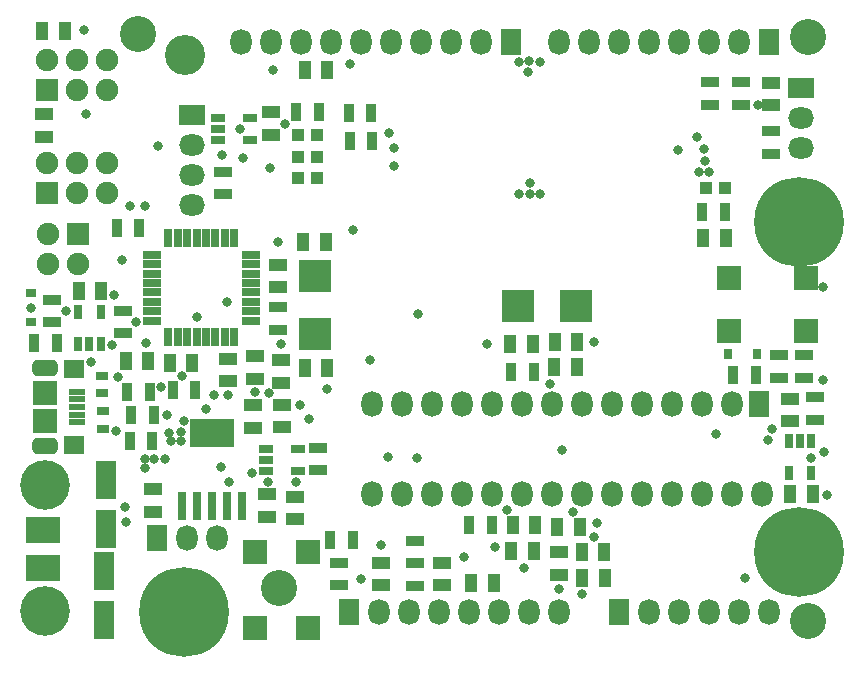
<source format=gts>
G04*
G04 #@! TF.GenerationSoftware,Altium Limited,Altium Designer,20.0.10 (225)*
G04*
G04 Layer_Color=204*
%FSLAX44Y44*%
%MOMM*%
G71*
G01*
G75*
%ADD24R,1.9000X1.9000*%
%ADD41R,1.5000X0.9000*%
%ADD42R,0.9000X1.5000*%
%ADD43R,0.8858X0.7588*%
%ADD44R,0.7588X0.8858*%
%ADD45R,1.8000X1.6000*%
%ADD46R,2.1000X2.1000*%
%ADD47R,2.1000X2.1000*%
%ADD48R,1.4500X0.5000*%
%ADD49R,3.7000X2.4000*%
%ADD50R,0.8000X2.4000*%
%ADD51R,2.7000X2.8000*%
%ADD52R,2.8000X2.7000*%
%ADD53R,1.5000X1.1000*%
%ADD54R,1.1000X1.5000*%
%ADD55R,1.2000X0.7500*%
%ADD56R,0.7500X1.2000*%
%ADD57R,1.8000X3.2000*%
%ADD58C,3.0480*%
%ADD59R,1.0000X1.0000*%
%ADD60R,2.9000X2.2000*%
%ADD61R,0.6700X1.6200*%
%ADD62R,1.6200X0.6700*%
%ADD63R,1.1000X0.8000*%
%ADD64R,1.8000X2.2000*%
%ADD65O,1.8000X2.2000*%
%ADD66R,2.2000X1.8000*%
%ADD67O,2.2000X1.8000*%
%ADD68C,1.9000*%
%ADD69C,4.2000*%
G04:AMPARAMS|DCode=70|XSize=2.2mm|YSize=1.4mm|CornerRadius=0.46mm|HoleSize=0mm|Usage=FLASHONLY|Rotation=0.000|XOffset=0mm|YOffset=0mm|HoleType=Round|Shape=RoundedRectangle|*
%AMROUNDEDRECTD70*
21,1,2.2000,0.4800,0,0,0.0*
21,1,1.2800,1.4000,0,0,0.0*
1,1,0.9200,0.6400,-0.2400*
1,1,0.9200,-0.6400,-0.2400*
1,1,0.9200,-0.6400,0.2400*
1,1,0.9200,0.6400,0.2400*
%
%ADD70ROUNDEDRECTD70*%
%ADD71C,3.4000*%
%ADD72C,7.6000*%
%ADD73C,0.8000*%
D24*
X49700Y345700D02*
D03*
X23600Y380600D02*
D03*
Y467600D02*
D03*
D41*
X172400Y398300D02*
D03*
Y379300D02*
D03*
X88000Y261500D02*
D03*
Y280500D02*
D03*
X218900Y264400D02*
D03*
Y283400D02*
D03*
X611000Y474000D02*
D03*
Y455000D02*
D03*
X584750Y455000D02*
D03*
Y474000D02*
D03*
X636000Y432500D02*
D03*
Y413500D02*
D03*
X673300Y207200D02*
D03*
Y188200D02*
D03*
X27789Y271018D02*
D03*
Y290018D02*
D03*
X664700Y223800D02*
D03*
Y242800D02*
D03*
X271000Y67000D02*
D03*
Y48000D02*
D03*
X253000Y164500D02*
D03*
Y145500D02*
D03*
X643100Y223800D02*
D03*
Y242800D02*
D03*
X335300Y85600D02*
D03*
Y66600D02*
D03*
X335100Y47600D02*
D03*
Y66600D02*
D03*
D42*
X298000Y447750D02*
D03*
X279000D02*
D03*
X298500Y424250D02*
D03*
X279500D02*
D03*
X101250Y351000D02*
D03*
X82250D02*
D03*
X110300Y211900D02*
D03*
X91300D02*
D03*
X94700Y192000D02*
D03*
X113700D02*
D03*
X112500Y170500D02*
D03*
X93500D02*
D03*
X400000Y99000D02*
D03*
X381000D02*
D03*
X623500Y225800D02*
D03*
X604500D02*
D03*
X253300Y449100D02*
D03*
X234300D02*
D03*
X416500Y229000D02*
D03*
X435500D02*
D03*
X597250Y364250D02*
D03*
X578250D02*
D03*
X12500Y253000D02*
D03*
X31500D02*
D03*
X282100Y86200D02*
D03*
X263100D02*
D03*
X148700Y213200D02*
D03*
X129700D02*
D03*
D43*
X10000Y270808D02*
D03*
Y295192D02*
D03*
D44*
X600210Y244300D02*
D03*
X624594D02*
D03*
D45*
X46500Y167000D02*
D03*
Y231000D02*
D03*
D46*
X22000Y187000D02*
D03*
X601000Y263500D02*
D03*
Y308500D02*
D03*
X666000D02*
D03*
Y263500D02*
D03*
D47*
X22000Y211000D02*
D03*
X244500Y76500D02*
D03*
X199500D02*
D03*
Y11500D02*
D03*
X244500D02*
D03*
D48*
X48750Y212000D02*
D03*
Y205500D02*
D03*
Y199000D02*
D03*
Y192500D02*
D03*
Y186000D02*
D03*
D49*
X163000Y177000D02*
D03*
D50*
X188400Y115000D02*
D03*
X175700D02*
D03*
X163000D02*
D03*
X150300D02*
D03*
X137600D02*
D03*
D51*
X471100Y284950D02*
D03*
X422100D02*
D03*
D52*
X250500Y261100D02*
D03*
Y310100D02*
D03*
D53*
X221400Y238600D02*
D03*
Y219600D02*
D03*
X113000Y129500D02*
D03*
Y110500D02*
D03*
X210000Y125000D02*
D03*
Y106000D02*
D03*
X199700Y242100D02*
D03*
Y223100D02*
D03*
X219000Y319500D02*
D03*
Y300500D02*
D03*
X176400Y239900D02*
D03*
Y220900D02*
D03*
X21000Y428000D02*
D03*
Y447000D02*
D03*
X636000Y473500D02*
D03*
Y454500D02*
D03*
X305800Y48200D02*
D03*
Y67200D02*
D03*
X358000Y48000D02*
D03*
Y67000D02*
D03*
X213000Y448500D02*
D03*
Y429500D02*
D03*
X221900Y181700D02*
D03*
Y200700D02*
D03*
X652200Y206200D02*
D03*
Y187200D02*
D03*
X233200Y104000D02*
D03*
Y123000D02*
D03*
X198100Y200500D02*
D03*
Y181500D02*
D03*
X456600Y76000D02*
D03*
Y57000D02*
D03*
D54*
X476300Y76000D02*
D03*
X495300D02*
D03*
X260500Y484000D02*
D03*
X241500D02*
D03*
X416500Y77000D02*
D03*
X435500D02*
D03*
X598000Y342000D02*
D03*
X579000D02*
D03*
X127300Y236700D02*
D03*
X146300D02*
D03*
X240500Y339000D02*
D03*
X259500D02*
D03*
X241700Y231800D02*
D03*
X260700D02*
D03*
X382500Y50000D02*
D03*
X401500D02*
D03*
X19500Y517000D02*
D03*
X38500D02*
D03*
X471800Y232700D02*
D03*
X452800D02*
D03*
X436500Y99000D02*
D03*
X417500D02*
D03*
X455300Y97300D02*
D03*
X474300D02*
D03*
X434500Y252000D02*
D03*
X415500D02*
D03*
X453400Y254200D02*
D03*
X472400D02*
D03*
X652486Y125414D02*
D03*
X671486D02*
D03*
X50400Y297000D02*
D03*
X69400D02*
D03*
X90000Y238400D02*
D03*
X109000D02*
D03*
X495500Y54500D02*
D03*
X476500D02*
D03*
D55*
X168500Y444000D02*
D03*
Y434500D02*
D03*
Y425000D02*
D03*
X195500Y444000D02*
D03*
Y425000D02*
D03*
X208500Y163500D02*
D03*
Y154000D02*
D03*
Y144500D02*
D03*
X235500Y163500D02*
D03*
Y144500D02*
D03*
D56*
X49688Y252062D02*
D03*
X59188D02*
D03*
X68688D02*
D03*
X49688Y279062D02*
D03*
X68688D02*
D03*
X670300Y170300D02*
D03*
X660800D02*
D03*
X651300D02*
D03*
X670300Y143300D02*
D03*
X651300D02*
D03*
D57*
X73000Y96000D02*
D03*
Y137000D02*
D03*
X72000Y60000D02*
D03*
Y19000D02*
D03*
D58*
X100000Y515000D02*
D03*
X668000Y512000D02*
D03*
Y18000D02*
D03*
X220000Y46000D02*
D03*
D59*
X581000Y384250D02*
D03*
X597000D02*
D03*
X236000Y429000D02*
D03*
X252000D02*
D03*
X236000Y411000D02*
D03*
X252000D02*
D03*
X236000Y393000D02*
D03*
X252000D02*
D03*
D60*
X20000Y63000D02*
D03*
Y95000D02*
D03*
D61*
X182000Y258000D02*
D03*
X174000D02*
D03*
X166000D02*
D03*
X158000D02*
D03*
X150000D02*
D03*
X142000D02*
D03*
X134000D02*
D03*
X126000D02*
D03*
Y342000D02*
D03*
X134000D02*
D03*
X142000D02*
D03*
X150000D02*
D03*
X158000D02*
D03*
X166000D02*
D03*
X174000D02*
D03*
X182000D02*
D03*
D62*
X112000Y272000D02*
D03*
Y280000D02*
D03*
Y288000D02*
D03*
Y296000D02*
D03*
Y304000D02*
D03*
Y312000D02*
D03*
Y320000D02*
D03*
Y328000D02*
D03*
X196000D02*
D03*
Y320000D02*
D03*
Y312000D02*
D03*
Y304000D02*
D03*
Y296000D02*
D03*
Y288000D02*
D03*
Y280000D02*
D03*
Y272000D02*
D03*
D63*
X70300Y225500D02*
D03*
Y210500D02*
D03*
X70500Y180300D02*
D03*
Y195300D02*
D03*
D64*
X416560Y508000D02*
D03*
X116200Y88000D02*
D03*
X508000Y25400D02*
D03*
X279400D02*
D03*
X635000Y508000D02*
D03*
X626500Y201930D02*
D03*
D65*
X391160Y508000D02*
D03*
X365760D02*
D03*
X340360D02*
D03*
X314960D02*
D03*
X289560D02*
D03*
X264160D02*
D03*
X238760D02*
D03*
X213360D02*
D03*
X187960D02*
D03*
X167000Y88000D02*
D03*
X141600D02*
D03*
X533400Y25400D02*
D03*
X558800D02*
D03*
X584200D02*
D03*
X609600D02*
D03*
X635000D02*
D03*
X457200D02*
D03*
X431800D02*
D03*
X406400D02*
D03*
X381000D02*
D03*
X355600D02*
D03*
X330200D02*
D03*
X304800D02*
D03*
X609600Y508000D02*
D03*
X584200D02*
D03*
X558800D02*
D03*
X533400D02*
D03*
X508000D02*
D03*
X482600D02*
D03*
X457200D02*
D03*
X603000Y201830D02*
D03*
X577600D02*
D03*
X552200D02*
D03*
X526800D02*
D03*
X501400D02*
D03*
X476000D02*
D03*
X450600D02*
D03*
X425200D02*
D03*
X399800D02*
D03*
X374400D02*
D03*
X349000D02*
D03*
X323600D02*
D03*
X298200D02*
D03*
X628400Y125630D02*
D03*
X603000D02*
D03*
X577600D02*
D03*
X552200D02*
D03*
X526800D02*
D03*
X501400D02*
D03*
X476000D02*
D03*
X450600D02*
D03*
X425200D02*
D03*
X399800D02*
D03*
X374400D02*
D03*
X349000D02*
D03*
X323600D02*
D03*
X298200D02*
D03*
D66*
X662000Y469000D02*
D03*
X146000Y446000D02*
D03*
D67*
X662000Y443600D02*
D03*
Y418200D02*
D03*
X146000Y369800D02*
D03*
Y395200D02*
D03*
Y420600D02*
D03*
D68*
X24300Y345700D02*
D03*
X49700Y320300D02*
D03*
X24300D02*
D03*
X49000Y380600D02*
D03*
X74400D02*
D03*
X23600Y406000D02*
D03*
X49000D02*
D03*
X74400D02*
D03*
X49000Y467600D02*
D03*
X74400D02*
D03*
X23600Y493000D02*
D03*
X49000D02*
D03*
X74400D02*
D03*
D69*
X22000Y26000D02*
D03*
Y133000D02*
D03*
D70*
Y232000D02*
D03*
Y166000D02*
D03*
D71*
X140500Y496900D02*
D03*
D72*
X139700Y25400D02*
D03*
X660400Y76200D02*
D03*
Y355600D02*
D03*
D73*
X337375Y277625D02*
D03*
X60817Y237149D02*
D03*
X186981Y434524D02*
D03*
X123446Y154730D02*
D03*
X106000Y147000D02*
D03*
X114000Y155000D02*
D03*
X106000D02*
D03*
X128000Y170000D02*
D03*
X137000D02*
D03*
X127000Y177000D02*
D03*
X584000Y398000D02*
D03*
X431795Y492398D02*
D03*
X441000Y491000D02*
D03*
X422616Y491412D02*
D03*
X423000Y379000D02*
D03*
X432000Y389000D02*
D03*
Y379000D02*
D03*
X557200Y416750D02*
D03*
X297000Y239000D02*
D03*
X245000Y189000D02*
D03*
X614000Y54000D02*
D03*
X87000Y323825D02*
D03*
X212000Y401000D02*
D03*
X280000Y489275D02*
D03*
X196600Y142800D02*
D03*
X171000Y148173D02*
D03*
X580056Y407699D02*
D03*
X573742Y427501D02*
D03*
X579750Y417750D02*
D03*
X89800Y114300D02*
D03*
X56000Y447401D02*
D03*
X90200Y101600D02*
D03*
X83213Y224732D02*
D03*
X158200Y197200D02*
D03*
X119875Y215675D02*
D03*
X680300Y300300D02*
D03*
X137000Y178000D02*
D03*
X81594Y178437D02*
D03*
X233750Y135450D02*
D03*
X199700Y211500D02*
D03*
X39304Y280518D02*
D03*
X224655Y439000D02*
D03*
X80000Y293600D02*
D03*
X441000Y379000D02*
D03*
X430991Y482971D02*
D03*
X289043Y53400D02*
D03*
X54808Y517858D02*
D03*
X448921Y218580D02*
D03*
X486387Y254200D02*
D03*
X395500Y252000D02*
D03*
X107425Y253275D02*
D03*
X137900Y225060D02*
D03*
X150000Y275200D02*
D03*
X176300Y208900D02*
D03*
X237812Y200588D02*
D03*
X260600Y214000D02*
D03*
X221400Y252300D02*
D03*
X175700Y287800D02*
D03*
X219100Y338900D02*
D03*
X282600Y348600D02*
D03*
X189200Y410000D02*
D03*
X575000Y398000D02*
D03*
X637206Y180494D02*
D03*
X634200Y171400D02*
D03*
X683366Y124571D02*
D03*
X486300Y89300D02*
D03*
X489000Y101000D02*
D03*
X468908Y110030D02*
D03*
X427100Y62500D02*
D03*
X402700Y80300D02*
D03*
X413183Y111730D02*
D03*
X376800Y71800D02*
D03*
X305800Y82000D02*
D03*
X210100Y135700D02*
D03*
X78100Y251500D02*
D03*
X313100Y431100D02*
D03*
X171900Y412400D02*
D03*
X117600Y420200D02*
D03*
X10200Y282800D02*
D03*
X177600Y135800D02*
D03*
X456581Y44581D02*
D03*
X476500Y40500D02*
D03*
X681200Y160600D02*
D03*
X680100Y221700D02*
D03*
X93800Y368900D02*
D03*
X105905Y369200D02*
D03*
X98500Y271200D02*
D03*
X459300Y162300D02*
D03*
X211100Y211300D02*
D03*
X139400Y187100D02*
D03*
X164900Y209000D02*
D03*
X125162Y192200D02*
D03*
X214500Y484250D02*
D03*
X590000Y176500D02*
D03*
X317000Y403000D02*
D03*
X316750Y418000D02*
D03*
X670300Y155800D02*
D03*
X625250Y454500D02*
D03*
X337000Y155500D02*
D03*
X311750Y156500D02*
D03*
M02*

</source>
